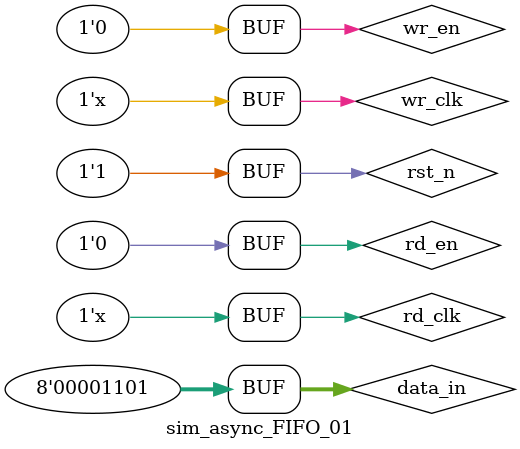
<source format=v>

`timescale 1ns / 1ps


module sim_async_FIFO_01;

            parameter          data_width = 8,
								 addr_width = 6,
								 depth = 64,
								 almost_full_gap = 50,
								 almost_empty_gap = 10;
			
			reg rst_n;
            reg wr_clk;
            reg wr_en;
            reg [data_width-1:0] data_in;
            reg rd_clk;
            reg rd_en;
            wire [data_width-1:0] data_out;
            wire full;
            wire empty;
            wire almost_empty;
            wire almost_full;
								 
		async_FIFO_01 x1
					(	
						.rst_n(rst_n),
						.wr_clk(wr_clk),
						.wr_en(wr_en),
						.data_in(data_in),
						.rd_clk(rd_clk),
						.rd_en(rd_en),
						.data_out(data_out),
						.full(full),
						.empty(empty),
						.almost_full(almost_full),
						.almost_empty(almost_empty)
						);
						
		initial
		  begin
		      wr_clk = 1'b0;
		      rst_n = 1'b0;
		      wr_en = 1'b0;
		      rd_clk = 1'b0;
		      rd_en = 1'b0;
		      data_in = 8'b1111_1111;
		      #40 rst_n = 1'b1;
		      #40 wr_en = 1'b1;
		      #20 data_in = 8'b1001_1011;
		      #20 data_in = 8'b0010_1011;
		      #20 data_in = 8'b1001_0000;
		      #20 data_in = 8'b0000_1011;
		      #20 data_in = 8'b1001_1101;
		      #1200 rd_en = 1'b1;
		      #500 wr_en = 1'b0;
		      #20 data_in = 8'b1001_0000;
		      #20 data_in = 8'b0000_1011;
		      #20 data_in = 8'b0000_0000;
		      #20 data_in = 8'b0010_1011;
		      #20 data_in = 8'b0000_1101;
		      #3000 rd_en = 1'b0;
		  end
		  
		  always #10 wr_clk = ~wr_clk;
		  always #20 rd_clk = ~rd_clk;
		  
endmodule



</source>
